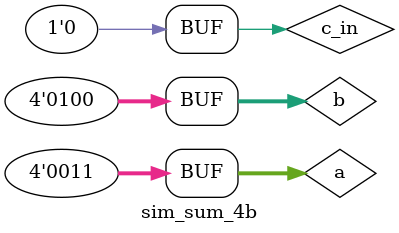
<source format=v>
`timescale 1ns / 1ps


module sim_sum_4b();
    reg[3:0] a, b;
    reg c_in;
    wire[3:0] sum;
    wire c_out;
    
    sum_4b sumator(a, b, c_in, sum, c_out);
    
    initial begin
        a = 3; b = 4;
        c_in = 0;
    end
endmodule

</source>
